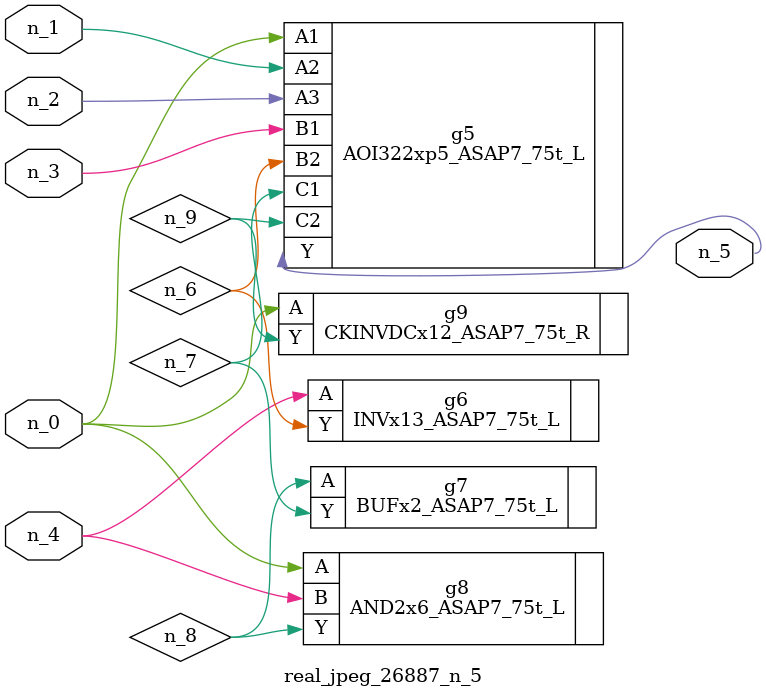
<source format=v>
module real_jpeg_26887_n_5 (n_4, n_0, n_1, n_2, n_3, n_5);

input n_4;
input n_0;
input n_1;
input n_2;
input n_3;

output n_5;

wire n_8;
wire n_6;
wire n_7;
wire n_9;

AOI322xp5_ASAP7_75t_L g5 ( 
.A1(n_0),
.A2(n_1),
.A3(n_2),
.B1(n_3),
.B2(n_6),
.C1(n_7),
.C2(n_9),
.Y(n_5)
);

AND2x6_ASAP7_75t_L g8 ( 
.A(n_0),
.B(n_4),
.Y(n_8)
);

CKINVDCx12_ASAP7_75t_R g9 ( 
.A(n_0),
.Y(n_9)
);

INVx13_ASAP7_75t_L g6 ( 
.A(n_4),
.Y(n_6)
);

BUFx2_ASAP7_75t_L g7 ( 
.A(n_8),
.Y(n_7)
);


endmodule
</source>
